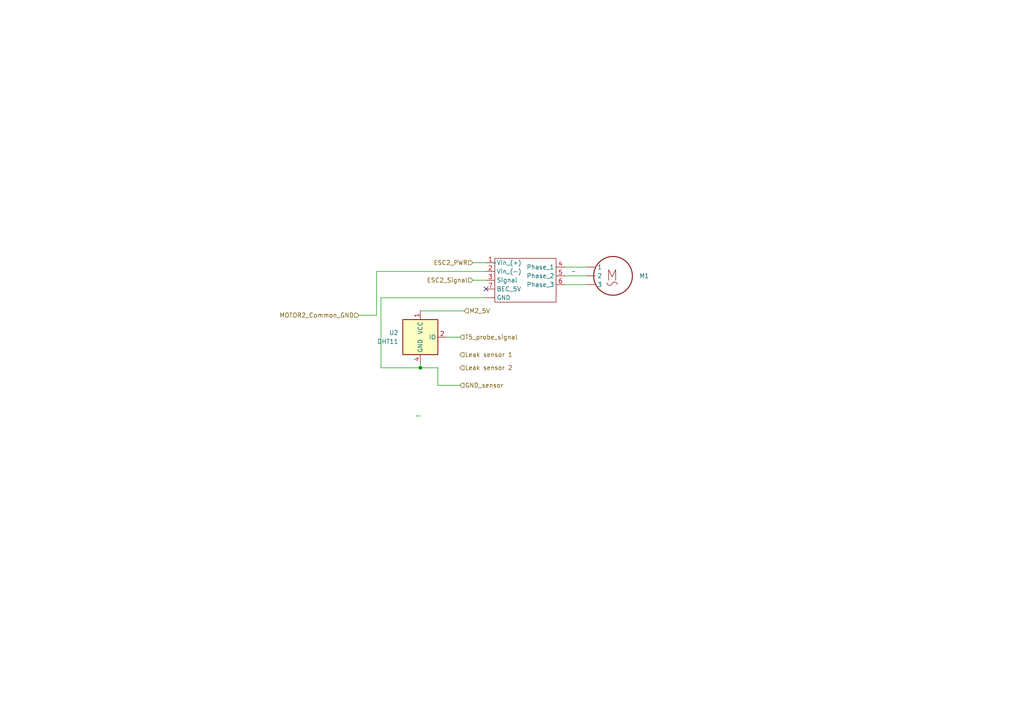
<source format=kicad_sch>
(kicad_sch (version 20230121) (generator eeschema)
  (paper "A4")
  (lib_symbols
    (symbol "MRS:ESC_1"
      (property "Value" "~" (at -8.89 3.81 0))
      (symbol "ESC_1_0_0"
        (pin input line (at -11.43 3.81 0) (length 2.54) (name "Vin_(+)") (number "1"))
        (pin input line (at -11.43 1.27 0) (length 2.54) (name "Vin_(-)") (number "2"))
        (pin input line (at -11.43 -1.27 0) (length 2.54) (name "Signal") (number "3"))
        (pin output line (at 11.43 2.54 180) (length 2.54) (name "Phase_1") (number "4"))
        (pin output line (at 11.43 0 180) (length 2.54) (name "Phase_2") (number "5"))
        (pin output line (at 11.43 -2.54 180) (length 2.54) (name "Phase_3") (number "6"))
        (pin output line (at -11.43 -3.81 0) (length 2.54) (name "BEC_5V") (number "7"))
      )
      (symbol "ESC_1_0_1"
        (rectangle (start -8.89 5.08) (end 8.89 -7.62))
      )
      (symbol "ESC_1_1_1"
        (pin input line (at -11.43 -6.35 0) (length 2.54) (name "GND") (number ""))
      )
    )
    (symbol "New_Library:BLDC_Motor"
      (property "Reference" "M" (at 0 3.81 0))
      (symbol "BLDC_Motor_0_0"
        (arc (start -1.778 -2.032) (mid -1.1162 -2.7602) (end -0.254 -2.286))
        (polyline (pts (xy -1.27 -1.27) (xy -1.27 1.778) (xy -0.254 -0.254) (xy 0.762 1.778) (xy 0.762 -1.27)))
        (arc (start 1.27 -2.54) (mid 0.6117 -1.7907) (end -0.254 -2.286))
      )
      (symbol "BLDC_Motor_0_1"
        (circle (center 0 0) (radius 5.6225) (stroke (width 0.254)))
      )
      (symbol "BLDC_Motor_1_1"
        (pin input line (at -7.62 2.54 0) (length 2.54) (name "1") (number ""))
        (pin input line (at -7.62 0 0) (length 2.54) (name "2") (number ""))
        (pin input line (at -7.62 -2.54 0) (length 2.54) (name "3") (number ""))
      )
    )
    (symbol "Sensor:DHT11"
      (property "Reference" "U" (at -3.81 6.35 0))
      (property "Value" "DHT11" (at 3.81 6.35 0))
      (symbol "DHT11_0_1"
        (rectangle (start -5.08 5.08) (end 5.08 -5.08) (stroke (width 0.254)) (fill (type background)))
      )
      (symbol "DHT11_1_1"
        (pin power_in line (at 0 7.62 270) (length 2.54) (name "VCC") (number "1"))
        (pin bidirectional line (at 7.62 0 180) (length 2.54) (name "IO") (number "2"))
        (pin no_connect line (at -5.08 0 0) (length 2.54) hide (name "NC") (number "3"))
        (pin power_in line (at 0 -7.62 90) (length 2.54) (name "GND") (number "4"))
      )
    )
  )
  (junction (at 121.92 106.68))
  (no_connect (at 140.97 83.82))
  (wire (pts (xy 120.65 120.65) (xy 121.92 120.65)))
  (wire (pts (xy 110.49 86.36) (xy 110.49 106.68)))
  (wire (pts (xy 129.54 97.79) (xy 133.35 97.79)))
  (wire (pts (xy 110.49 106.68) (xy 121.92 106.68)))
  (wire (pts (xy 104.14 91.44) (xy 109.22 91.44)))
  (wire (pts (xy 127 111.76) (xy 133.35 111.76)))
  (wire (pts (xy 127 106.68) (xy 127 111.76)))
  (wire (pts (xy 121.92 106.68) (xy 127 106.68)))
  (wire (pts (xy 163.83 80.01) (xy 170.18 80.01)))
  (wire (pts (xy 109.22 78.74) (xy 109.22 91.44)))
  (wire (pts (xy 137.16 81.28) (xy 140.97 81.28)))
  (wire (pts (xy 137.16 76.2) (xy 140.97 76.2)))
  (wire (pts (xy 121.92 105.41) (xy 121.92 106.68)))
  (wire (pts (xy 140.97 86.36) (xy 110.49 86.36)))
  (wire (pts (xy 163.83 82.55) (xy 170.18 82.55)))
  (wire (pts (xy 163.83 77.47) (xy 170.18 77.47)))
  (wire (pts (xy 121.92 90.17) (xy 134.62 90.17)))
  (wire (pts (xy 109.22 78.74) (xy 140.97 78.74)))
  (hierarchical_label "ESC2_Signal" (shape input) (at 137.16 81.28 180))
  (hierarchical_label "Leak sensor 2" (shape input) (at 133.35 106.68 0))
  (hierarchical_label "M2_5V" (shape input) (at 134.62 90.17 0))
  (hierarchical_label "ESC2_PWR" (shape input) (at 137.16 76.2 180))
  (hierarchical_label "MOTOR2_Common_GND" (shape input) (at 104.14 91.44 180))
  (hierarchical_label "GND_sensor" (shape input) (at 133.35 111.76 0))
  (hierarchical_label "Leak sensor 1" (shape input) (at 133.35 102.87 0))
  (hierarchical_label "T5_probe_signal" (shape input) (at 133.35 97.79 0))
  (symbol (lib_id "New_Library:BLDC_Motor") (at 177.8 80.01 0) (unit 1)
    (property "Reference" "M1" (at 185.42 80.01 0) (effects (justify left)))
    (property "Value" "~" (at 166.37 78.74 0))
    (instances (project "MRS" (path "" (reference "M1") (unit 1))) (project "MRS_Strathvoyager_2" (path "" (reference "M1") (unit 1)) (path "" (reference "M1") (unit 1)) (path "" (reference "M2") (unit 1))) (project "Onebox_solution" (path "" (reference "M2") (unit 1))))
  )
  (symbol (lib_id "Sensor:DHT11") (at 121.92 97.79 0) (unit 1)
    (property "Reference" "U2" (at 115.57 96.52 0) (effects (justify right)))
    (property "Value" "DHT11" (at 115.57 99.06 0) (effects (justify right)))
    (property "Footprint" "Sensor:Aosong_DHT11_5.5x12.0_P2.54mm" (effects hide))
    (property "Datasheet" "http://akizukidenshi.com/download/ds/aosong/DHT11.pdf" (effects hide))
    (instances (project "MRS_Strathvoyager_2" (path "" (reference "U2") (unit 1)) (path "" (reference "T2") (unit 1)) (path "" (reference "U7") (unit 1))) (project "Onebox_solution" (path "" (reference "U10") (unit 1))))
  )
  (symbol (lib_id "MRS:ESC_1") (at 152.4 80.01 0) (unit 1)
    (property "Reference" "ESC1" (effects hide))
    (property "Value" "~" (at 143.51 76.2 0))
    (instances (project "MRS_Strathvoyager_2" (path "" (reference "ESC1") (unit 1))) (project "Onebox_solution" (path "" (reference "ESC2") (unit 1))))
  )
)
</source>
